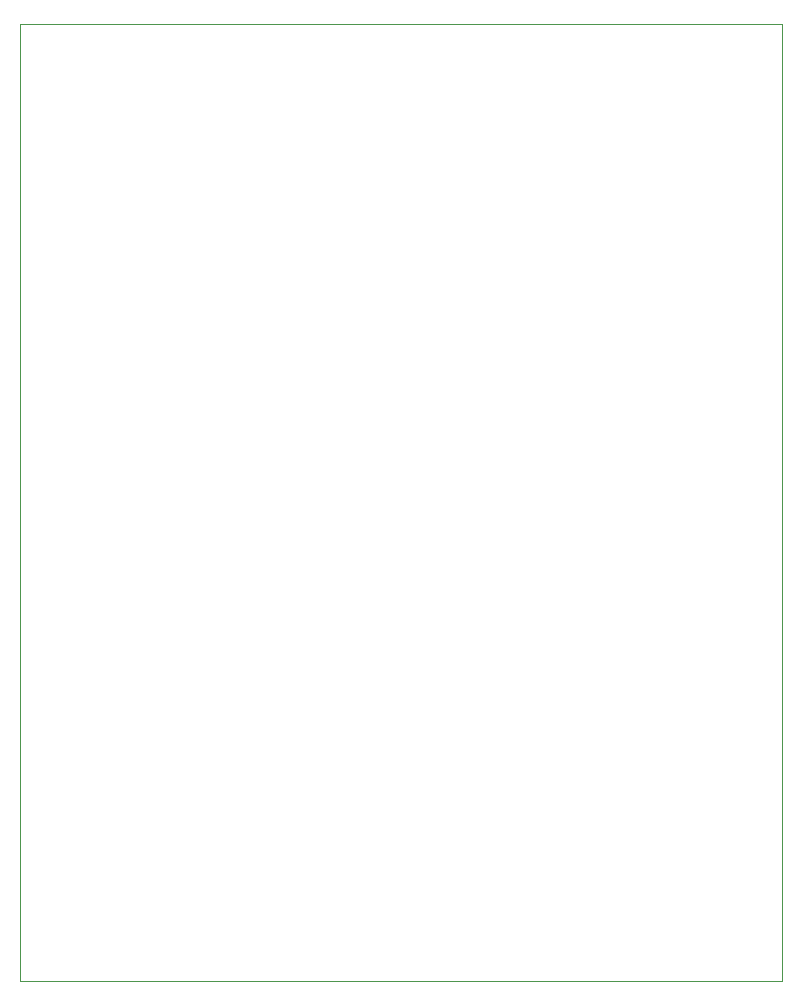
<source format=gbr>
%TF.GenerationSoftware,KiCad,Pcbnew,7.0.1*%
%TF.CreationDate,2023-06-06T22:13:03-06:00*%
%TF.ProjectId,CarSensor,43617253-656e-4736-9f72-2e6b69636164,rev?*%
%TF.SameCoordinates,Original*%
%TF.FileFunction,Profile,NP*%
%FSLAX46Y46*%
G04 Gerber Fmt 4.6, Leading zero omitted, Abs format (unit mm)*
G04 Created by KiCad (PCBNEW 7.0.1) date 2023-06-06 22:13:03*
%MOMM*%
%LPD*%
G01*
G04 APERTURE LIST*
%TA.AperFunction,Profile*%
%ADD10C,0.100000*%
%TD*%
G04 APERTURE END LIST*
D10*
X87122000Y-43434000D02*
X151638000Y-43434000D01*
X151638000Y-124460000D01*
X87122000Y-124460000D01*
X87122000Y-43434000D01*
M02*

</source>
